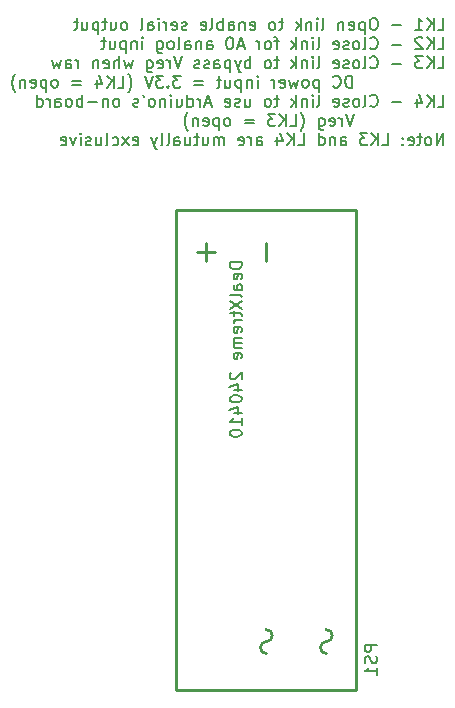
<source format=gbr>
G04 #@! TF.FileFunction,Legend,Bot*
%FSLAX46Y46*%
G04 Gerber Fmt 4.6, Leading zero omitted, Abs format (unit mm)*
G04 Created by KiCad (PCBNEW 4.0.1-stable) date 1/29/2016 6:59:16 PM*
%MOMM*%
G01*
G04 APERTURE LIST*
%ADD10C,0.100000*%
%ADD11C,0.203200*%
%ADD12C,0.254000*%
%ADD13C,0.127000*%
G04 APERTURE END LIST*
D10*
D11*
X39914286Y-7012819D02*
X40398095Y-7012819D01*
X40398095Y-5996819D01*
X39575619Y-7012819D02*
X39575619Y-5996819D01*
X38995048Y-7012819D02*
X39430476Y-6432248D01*
X38995048Y-5996819D02*
X39575619Y-6577390D01*
X38027429Y-7012819D02*
X38608000Y-7012819D01*
X38317714Y-7012819D02*
X38317714Y-5996819D01*
X38414476Y-6141962D01*
X38511238Y-6238724D01*
X38608000Y-6287105D01*
X36817905Y-6625771D02*
X36043810Y-6625771D01*
X34592381Y-5996819D02*
X34398858Y-5996819D01*
X34302096Y-6045200D01*
X34205334Y-6141962D01*
X34156953Y-6335486D01*
X34156953Y-6674152D01*
X34205334Y-6867676D01*
X34302096Y-6964438D01*
X34398858Y-7012819D01*
X34592381Y-7012819D01*
X34689143Y-6964438D01*
X34785905Y-6867676D01*
X34834286Y-6674152D01*
X34834286Y-6335486D01*
X34785905Y-6141962D01*
X34689143Y-6045200D01*
X34592381Y-5996819D01*
X33721524Y-6335486D02*
X33721524Y-7351486D01*
X33721524Y-6383867D02*
X33624762Y-6335486D01*
X33431239Y-6335486D01*
X33334477Y-6383867D01*
X33286096Y-6432248D01*
X33237715Y-6529010D01*
X33237715Y-6819295D01*
X33286096Y-6916057D01*
X33334477Y-6964438D01*
X33431239Y-7012819D01*
X33624762Y-7012819D01*
X33721524Y-6964438D01*
X32415239Y-6964438D02*
X32512001Y-7012819D01*
X32705524Y-7012819D01*
X32802286Y-6964438D01*
X32850667Y-6867676D01*
X32850667Y-6480629D01*
X32802286Y-6383867D01*
X32705524Y-6335486D01*
X32512001Y-6335486D01*
X32415239Y-6383867D01*
X32366858Y-6480629D01*
X32366858Y-6577390D01*
X32850667Y-6674152D01*
X31931429Y-6335486D02*
X31931429Y-7012819D01*
X31931429Y-6432248D02*
X31883048Y-6383867D01*
X31786286Y-6335486D01*
X31641144Y-6335486D01*
X31544382Y-6383867D01*
X31496001Y-6480629D01*
X31496001Y-7012819D01*
X30092953Y-7012819D02*
X30189715Y-6964438D01*
X30238096Y-6867676D01*
X30238096Y-5996819D01*
X29705906Y-7012819D02*
X29705906Y-6335486D01*
X29705906Y-5996819D02*
X29754287Y-6045200D01*
X29705906Y-6093581D01*
X29657525Y-6045200D01*
X29705906Y-5996819D01*
X29705906Y-6093581D01*
X29222096Y-6335486D02*
X29222096Y-7012819D01*
X29222096Y-6432248D02*
X29173715Y-6383867D01*
X29076953Y-6335486D01*
X28931811Y-6335486D01*
X28835049Y-6383867D01*
X28786668Y-6480629D01*
X28786668Y-7012819D01*
X28302858Y-7012819D02*
X28302858Y-5996819D01*
X28206096Y-6625771D02*
X27915811Y-7012819D01*
X27915811Y-6335486D02*
X28302858Y-6722533D01*
X26851430Y-6335486D02*
X26464382Y-6335486D01*
X26706287Y-5996819D02*
X26706287Y-6867676D01*
X26657906Y-6964438D01*
X26561144Y-7012819D01*
X26464382Y-7012819D01*
X25980573Y-7012819D02*
X26077335Y-6964438D01*
X26125716Y-6916057D01*
X26174097Y-6819295D01*
X26174097Y-6529010D01*
X26125716Y-6432248D01*
X26077335Y-6383867D01*
X25980573Y-6335486D01*
X25835431Y-6335486D01*
X25738669Y-6383867D01*
X25690288Y-6432248D01*
X25641907Y-6529010D01*
X25641907Y-6819295D01*
X25690288Y-6916057D01*
X25738669Y-6964438D01*
X25835431Y-7012819D01*
X25980573Y-7012819D01*
X24045336Y-6964438D02*
X24142098Y-7012819D01*
X24335621Y-7012819D01*
X24432383Y-6964438D01*
X24480764Y-6867676D01*
X24480764Y-6480629D01*
X24432383Y-6383867D01*
X24335621Y-6335486D01*
X24142098Y-6335486D01*
X24045336Y-6383867D01*
X23996955Y-6480629D01*
X23996955Y-6577390D01*
X24480764Y-6674152D01*
X23561526Y-6335486D02*
X23561526Y-7012819D01*
X23561526Y-6432248D02*
X23513145Y-6383867D01*
X23416383Y-6335486D01*
X23271241Y-6335486D01*
X23174479Y-6383867D01*
X23126098Y-6480629D01*
X23126098Y-7012819D01*
X22206860Y-7012819D02*
X22206860Y-6480629D01*
X22255241Y-6383867D01*
X22352003Y-6335486D01*
X22545526Y-6335486D01*
X22642288Y-6383867D01*
X22206860Y-6964438D02*
X22303622Y-7012819D01*
X22545526Y-7012819D01*
X22642288Y-6964438D01*
X22690669Y-6867676D01*
X22690669Y-6770914D01*
X22642288Y-6674152D01*
X22545526Y-6625771D01*
X22303622Y-6625771D01*
X22206860Y-6577390D01*
X21723050Y-7012819D02*
X21723050Y-5996819D01*
X21723050Y-6383867D02*
X21626288Y-6335486D01*
X21432765Y-6335486D01*
X21336003Y-6383867D01*
X21287622Y-6432248D01*
X21239241Y-6529010D01*
X21239241Y-6819295D01*
X21287622Y-6916057D01*
X21336003Y-6964438D01*
X21432765Y-7012819D01*
X21626288Y-7012819D01*
X21723050Y-6964438D01*
X20658669Y-7012819D02*
X20755431Y-6964438D01*
X20803812Y-6867676D01*
X20803812Y-5996819D01*
X19884575Y-6964438D02*
X19981337Y-7012819D01*
X20174860Y-7012819D01*
X20271622Y-6964438D01*
X20320003Y-6867676D01*
X20320003Y-6480629D01*
X20271622Y-6383867D01*
X20174860Y-6335486D01*
X19981337Y-6335486D01*
X19884575Y-6383867D01*
X19836194Y-6480629D01*
X19836194Y-6577390D01*
X20320003Y-6674152D01*
X18675051Y-6964438D02*
X18578289Y-7012819D01*
X18384765Y-7012819D01*
X18288004Y-6964438D01*
X18239623Y-6867676D01*
X18239623Y-6819295D01*
X18288004Y-6722533D01*
X18384765Y-6674152D01*
X18529908Y-6674152D01*
X18626670Y-6625771D01*
X18675051Y-6529010D01*
X18675051Y-6480629D01*
X18626670Y-6383867D01*
X18529908Y-6335486D01*
X18384765Y-6335486D01*
X18288004Y-6383867D01*
X17417147Y-6964438D02*
X17513909Y-7012819D01*
X17707432Y-7012819D01*
X17804194Y-6964438D01*
X17852575Y-6867676D01*
X17852575Y-6480629D01*
X17804194Y-6383867D01*
X17707432Y-6335486D01*
X17513909Y-6335486D01*
X17417147Y-6383867D01*
X17368766Y-6480629D01*
X17368766Y-6577390D01*
X17852575Y-6674152D01*
X16933337Y-7012819D02*
X16933337Y-6335486D01*
X16933337Y-6529010D02*
X16884956Y-6432248D01*
X16836575Y-6383867D01*
X16739813Y-6335486D01*
X16643052Y-6335486D01*
X16304385Y-7012819D02*
X16304385Y-6335486D01*
X16304385Y-5996819D02*
X16352766Y-6045200D01*
X16304385Y-6093581D01*
X16256004Y-6045200D01*
X16304385Y-5996819D01*
X16304385Y-6093581D01*
X15385147Y-7012819D02*
X15385147Y-6480629D01*
X15433528Y-6383867D01*
X15530290Y-6335486D01*
X15723813Y-6335486D01*
X15820575Y-6383867D01*
X15385147Y-6964438D02*
X15481909Y-7012819D01*
X15723813Y-7012819D01*
X15820575Y-6964438D01*
X15868956Y-6867676D01*
X15868956Y-6770914D01*
X15820575Y-6674152D01*
X15723813Y-6625771D01*
X15481909Y-6625771D01*
X15385147Y-6577390D01*
X14756194Y-7012819D02*
X14852956Y-6964438D01*
X14901337Y-6867676D01*
X14901337Y-5996819D01*
X13449909Y-7012819D02*
X13546671Y-6964438D01*
X13595052Y-6916057D01*
X13643433Y-6819295D01*
X13643433Y-6529010D01*
X13595052Y-6432248D01*
X13546671Y-6383867D01*
X13449909Y-6335486D01*
X13304767Y-6335486D01*
X13208005Y-6383867D01*
X13159624Y-6432248D01*
X13111243Y-6529010D01*
X13111243Y-6819295D01*
X13159624Y-6916057D01*
X13208005Y-6964438D01*
X13304767Y-7012819D01*
X13449909Y-7012819D01*
X12240386Y-6335486D02*
X12240386Y-7012819D01*
X12675814Y-6335486D02*
X12675814Y-6867676D01*
X12627433Y-6964438D01*
X12530671Y-7012819D01*
X12385529Y-7012819D01*
X12288767Y-6964438D01*
X12240386Y-6916057D01*
X11901719Y-6335486D02*
X11514671Y-6335486D01*
X11756576Y-5996819D02*
X11756576Y-6867676D01*
X11708195Y-6964438D01*
X11611433Y-7012819D01*
X11514671Y-7012819D01*
X11176005Y-6335486D02*
X11176005Y-7351486D01*
X11176005Y-6383867D02*
X11079243Y-6335486D01*
X10885720Y-6335486D01*
X10788958Y-6383867D01*
X10740577Y-6432248D01*
X10692196Y-6529010D01*
X10692196Y-6819295D01*
X10740577Y-6916057D01*
X10788958Y-6964438D01*
X10885720Y-7012819D01*
X11079243Y-7012819D01*
X11176005Y-6964438D01*
X9821339Y-6335486D02*
X9821339Y-7012819D01*
X10256767Y-6335486D02*
X10256767Y-6867676D01*
X10208386Y-6964438D01*
X10111624Y-7012819D01*
X9966482Y-7012819D01*
X9869720Y-6964438D01*
X9821339Y-6916057D01*
X9482672Y-6335486D02*
X9095624Y-6335486D01*
X9337529Y-5996819D02*
X9337529Y-6867676D01*
X9289148Y-6964438D01*
X9192386Y-7012819D01*
X9095624Y-7012819D01*
X39914286Y-8638419D02*
X40398095Y-8638419D01*
X40398095Y-7622419D01*
X39575619Y-8638419D02*
X39575619Y-7622419D01*
X38995048Y-8638419D02*
X39430476Y-8057848D01*
X38995048Y-7622419D02*
X39575619Y-8202990D01*
X38608000Y-7719181D02*
X38559619Y-7670800D01*
X38462857Y-7622419D01*
X38220953Y-7622419D01*
X38124191Y-7670800D01*
X38075810Y-7719181D01*
X38027429Y-7815943D01*
X38027429Y-7912705D01*
X38075810Y-8057848D01*
X38656381Y-8638419D01*
X38027429Y-8638419D01*
X36817905Y-8251371D02*
X36043810Y-8251371D01*
X34205334Y-8541657D02*
X34253715Y-8590038D01*
X34398858Y-8638419D01*
X34495620Y-8638419D01*
X34640762Y-8590038D01*
X34737524Y-8493276D01*
X34785905Y-8396514D01*
X34834286Y-8202990D01*
X34834286Y-8057848D01*
X34785905Y-7864324D01*
X34737524Y-7767562D01*
X34640762Y-7670800D01*
X34495620Y-7622419D01*
X34398858Y-7622419D01*
X34253715Y-7670800D01*
X34205334Y-7719181D01*
X33624762Y-8638419D02*
X33721524Y-8590038D01*
X33769905Y-8493276D01*
X33769905Y-7622419D01*
X33092572Y-8638419D02*
X33189334Y-8590038D01*
X33237715Y-8541657D01*
X33286096Y-8444895D01*
X33286096Y-8154610D01*
X33237715Y-8057848D01*
X33189334Y-8009467D01*
X33092572Y-7961086D01*
X32947430Y-7961086D01*
X32850668Y-8009467D01*
X32802287Y-8057848D01*
X32753906Y-8154610D01*
X32753906Y-8444895D01*
X32802287Y-8541657D01*
X32850668Y-8590038D01*
X32947430Y-8638419D01*
X33092572Y-8638419D01*
X32366858Y-8590038D02*
X32270096Y-8638419D01*
X32076572Y-8638419D01*
X31979811Y-8590038D01*
X31931430Y-8493276D01*
X31931430Y-8444895D01*
X31979811Y-8348133D01*
X32076572Y-8299752D01*
X32221715Y-8299752D01*
X32318477Y-8251371D01*
X32366858Y-8154610D01*
X32366858Y-8106229D01*
X32318477Y-8009467D01*
X32221715Y-7961086D01*
X32076572Y-7961086D01*
X31979811Y-8009467D01*
X31108954Y-8590038D02*
X31205716Y-8638419D01*
X31399239Y-8638419D01*
X31496001Y-8590038D01*
X31544382Y-8493276D01*
X31544382Y-8106229D01*
X31496001Y-8009467D01*
X31399239Y-7961086D01*
X31205716Y-7961086D01*
X31108954Y-8009467D01*
X31060573Y-8106229D01*
X31060573Y-8202990D01*
X31544382Y-8299752D01*
X29705906Y-8638419D02*
X29802668Y-8590038D01*
X29851049Y-8493276D01*
X29851049Y-7622419D01*
X29318859Y-8638419D02*
X29318859Y-7961086D01*
X29318859Y-7622419D02*
X29367240Y-7670800D01*
X29318859Y-7719181D01*
X29270478Y-7670800D01*
X29318859Y-7622419D01*
X29318859Y-7719181D01*
X28835049Y-7961086D02*
X28835049Y-8638419D01*
X28835049Y-8057848D02*
X28786668Y-8009467D01*
X28689906Y-7961086D01*
X28544764Y-7961086D01*
X28448002Y-8009467D01*
X28399621Y-8106229D01*
X28399621Y-8638419D01*
X27915811Y-8638419D02*
X27915811Y-7622419D01*
X27819049Y-8251371D02*
X27528764Y-8638419D01*
X27528764Y-7961086D02*
X27915811Y-8348133D01*
X26464383Y-7961086D02*
X26077335Y-7961086D01*
X26319240Y-8638419D02*
X26319240Y-7767562D01*
X26270859Y-7670800D01*
X26174097Y-7622419D01*
X26077335Y-7622419D01*
X25593526Y-8638419D02*
X25690288Y-8590038D01*
X25738669Y-8541657D01*
X25787050Y-8444895D01*
X25787050Y-8154610D01*
X25738669Y-8057848D01*
X25690288Y-8009467D01*
X25593526Y-7961086D01*
X25448384Y-7961086D01*
X25351622Y-8009467D01*
X25303241Y-8057848D01*
X25254860Y-8154610D01*
X25254860Y-8444895D01*
X25303241Y-8541657D01*
X25351622Y-8590038D01*
X25448384Y-8638419D01*
X25593526Y-8638419D01*
X24819431Y-8638419D02*
X24819431Y-7961086D01*
X24819431Y-8154610D02*
X24771050Y-8057848D01*
X24722669Y-8009467D01*
X24625907Y-7961086D01*
X24529146Y-7961086D01*
X23464765Y-8348133D02*
X22980956Y-8348133D01*
X23561527Y-8638419D02*
X23222860Y-7622419D01*
X22884194Y-8638419D01*
X22352003Y-7622419D02*
X22255242Y-7622419D01*
X22158480Y-7670800D01*
X22110099Y-7719181D01*
X22061718Y-7815943D01*
X22013337Y-8009467D01*
X22013337Y-8251371D01*
X22061718Y-8444895D01*
X22110099Y-8541657D01*
X22158480Y-8590038D01*
X22255242Y-8638419D01*
X22352003Y-8638419D01*
X22448765Y-8590038D01*
X22497146Y-8541657D01*
X22545527Y-8444895D01*
X22593908Y-8251371D01*
X22593908Y-8009467D01*
X22545527Y-7815943D01*
X22497146Y-7719181D01*
X22448765Y-7670800D01*
X22352003Y-7622419D01*
X20368385Y-8638419D02*
X20368385Y-8106229D01*
X20416766Y-8009467D01*
X20513528Y-7961086D01*
X20707051Y-7961086D01*
X20803813Y-8009467D01*
X20368385Y-8590038D02*
X20465147Y-8638419D01*
X20707051Y-8638419D01*
X20803813Y-8590038D01*
X20852194Y-8493276D01*
X20852194Y-8396514D01*
X20803813Y-8299752D01*
X20707051Y-8251371D01*
X20465147Y-8251371D01*
X20368385Y-8202990D01*
X19884575Y-7961086D02*
X19884575Y-8638419D01*
X19884575Y-8057848D02*
X19836194Y-8009467D01*
X19739432Y-7961086D01*
X19594290Y-7961086D01*
X19497528Y-8009467D01*
X19449147Y-8106229D01*
X19449147Y-8638419D01*
X18529909Y-8638419D02*
X18529909Y-8106229D01*
X18578290Y-8009467D01*
X18675052Y-7961086D01*
X18868575Y-7961086D01*
X18965337Y-8009467D01*
X18529909Y-8590038D02*
X18626671Y-8638419D01*
X18868575Y-8638419D01*
X18965337Y-8590038D01*
X19013718Y-8493276D01*
X19013718Y-8396514D01*
X18965337Y-8299752D01*
X18868575Y-8251371D01*
X18626671Y-8251371D01*
X18529909Y-8202990D01*
X17900956Y-8638419D02*
X17997718Y-8590038D01*
X18046099Y-8493276D01*
X18046099Y-7622419D01*
X17368766Y-8638419D02*
X17465528Y-8590038D01*
X17513909Y-8541657D01*
X17562290Y-8444895D01*
X17562290Y-8154610D01*
X17513909Y-8057848D01*
X17465528Y-8009467D01*
X17368766Y-7961086D01*
X17223624Y-7961086D01*
X17126862Y-8009467D01*
X17078481Y-8057848D01*
X17030100Y-8154610D01*
X17030100Y-8444895D01*
X17078481Y-8541657D01*
X17126862Y-8590038D01*
X17223624Y-8638419D01*
X17368766Y-8638419D01*
X16159243Y-7961086D02*
X16159243Y-8783562D01*
X16207624Y-8880324D01*
X16256005Y-8928705D01*
X16352766Y-8977086D01*
X16497909Y-8977086D01*
X16594671Y-8928705D01*
X16159243Y-8590038D02*
X16256005Y-8638419D01*
X16449528Y-8638419D01*
X16546290Y-8590038D01*
X16594671Y-8541657D01*
X16643052Y-8444895D01*
X16643052Y-8154610D01*
X16594671Y-8057848D01*
X16546290Y-8009467D01*
X16449528Y-7961086D01*
X16256005Y-7961086D01*
X16159243Y-8009467D01*
X14901338Y-8638419D02*
X14901338Y-7961086D01*
X14901338Y-7622419D02*
X14949719Y-7670800D01*
X14901338Y-7719181D01*
X14852957Y-7670800D01*
X14901338Y-7622419D01*
X14901338Y-7719181D01*
X14417528Y-7961086D02*
X14417528Y-8638419D01*
X14417528Y-8057848D02*
X14369147Y-8009467D01*
X14272385Y-7961086D01*
X14127243Y-7961086D01*
X14030481Y-8009467D01*
X13982100Y-8106229D01*
X13982100Y-8638419D01*
X13498290Y-7961086D02*
X13498290Y-8977086D01*
X13498290Y-8009467D02*
X13401528Y-7961086D01*
X13208005Y-7961086D01*
X13111243Y-8009467D01*
X13062862Y-8057848D01*
X13014481Y-8154610D01*
X13014481Y-8444895D01*
X13062862Y-8541657D01*
X13111243Y-8590038D01*
X13208005Y-8638419D01*
X13401528Y-8638419D01*
X13498290Y-8590038D01*
X12143624Y-7961086D02*
X12143624Y-8638419D01*
X12579052Y-7961086D02*
X12579052Y-8493276D01*
X12530671Y-8590038D01*
X12433909Y-8638419D01*
X12288767Y-8638419D01*
X12192005Y-8590038D01*
X12143624Y-8541657D01*
X11804957Y-7961086D02*
X11417909Y-7961086D01*
X11659814Y-7622419D02*
X11659814Y-8493276D01*
X11611433Y-8590038D01*
X11514671Y-8638419D01*
X11417909Y-8638419D01*
X39914286Y-10264019D02*
X40398095Y-10264019D01*
X40398095Y-9248019D01*
X39575619Y-10264019D02*
X39575619Y-9248019D01*
X38995048Y-10264019D02*
X39430476Y-9683448D01*
X38995048Y-9248019D02*
X39575619Y-9828590D01*
X38656381Y-9248019D02*
X38027429Y-9248019D01*
X38366095Y-9635067D01*
X38220953Y-9635067D01*
X38124191Y-9683448D01*
X38075810Y-9731829D01*
X38027429Y-9828590D01*
X38027429Y-10070495D01*
X38075810Y-10167257D01*
X38124191Y-10215638D01*
X38220953Y-10264019D01*
X38511238Y-10264019D01*
X38608000Y-10215638D01*
X38656381Y-10167257D01*
X36817905Y-9876971D02*
X36043810Y-9876971D01*
X34205334Y-10167257D02*
X34253715Y-10215638D01*
X34398858Y-10264019D01*
X34495620Y-10264019D01*
X34640762Y-10215638D01*
X34737524Y-10118876D01*
X34785905Y-10022114D01*
X34834286Y-9828590D01*
X34834286Y-9683448D01*
X34785905Y-9489924D01*
X34737524Y-9393162D01*
X34640762Y-9296400D01*
X34495620Y-9248019D01*
X34398858Y-9248019D01*
X34253715Y-9296400D01*
X34205334Y-9344781D01*
X33624762Y-10264019D02*
X33721524Y-10215638D01*
X33769905Y-10118876D01*
X33769905Y-9248019D01*
X33092572Y-10264019D02*
X33189334Y-10215638D01*
X33237715Y-10167257D01*
X33286096Y-10070495D01*
X33286096Y-9780210D01*
X33237715Y-9683448D01*
X33189334Y-9635067D01*
X33092572Y-9586686D01*
X32947430Y-9586686D01*
X32850668Y-9635067D01*
X32802287Y-9683448D01*
X32753906Y-9780210D01*
X32753906Y-10070495D01*
X32802287Y-10167257D01*
X32850668Y-10215638D01*
X32947430Y-10264019D01*
X33092572Y-10264019D01*
X32366858Y-10215638D02*
X32270096Y-10264019D01*
X32076572Y-10264019D01*
X31979811Y-10215638D01*
X31931430Y-10118876D01*
X31931430Y-10070495D01*
X31979811Y-9973733D01*
X32076572Y-9925352D01*
X32221715Y-9925352D01*
X32318477Y-9876971D01*
X32366858Y-9780210D01*
X32366858Y-9731829D01*
X32318477Y-9635067D01*
X32221715Y-9586686D01*
X32076572Y-9586686D01*
X31979811Y-9635067D01*
X31108954Y-10215638D02*
X31205716Y-10264019D01*
X31399239Y-10264019D01*
X31496001Y-10215638D01*
X31544382Y-10118876D01*
X31544382Y-9731829D01*
X31496001Y-9635067D01*
X31399239Y-9586686D01*
X31205716Y-9586686D01*
X31108954Y-9635067D01*
X31060573Y-9731829D01*
X31060573Y-9828590D01*
X31544382Y-9925352D01*
X29705906Y-10264019D02*
X29802668Y-10215638D01*
X29851049Y-10118876D01*
X29851049Y-9248019D01*
X29318859Y-10264019D02*
X29318859Y-9586686D01*
X29318859Y-9248019D02*
X29367240Y-9296400D01*
X29318859Y-9344781D01*
X29270478Y-9296400D01*
X29318859Y-9248019D01*
X29318859Y-9344781D01*
X28835049Y-9586686D02*
X28835049Y-10264019D01*
X28835049Y-9683448D02*
X28786668Y-9635067D01*
X28689906Y-9586686D01*
X28544764Y-9586686D01*
X28448002Y-9635067D01*
X28399621Y-9731829D01*
X28399621Y-10264019D01*
X27915811Y-10264019D02*
X27915811Y-9248019D01*
X27819049Y-9876971D02*
X27528764Y-10264019D01*
X27528764Y-9586686D02*
X27915811Y-9973733D01*
X26464383Y-9586686D02*
X26077335Y-9586686D01*
X26319240Y-9248019D02*
X26319240Y-10118876D01*
X26270859Y-10215638D01*
X26174097Y-10264019D01*
X26077335Y-10264019D01*
X25593526Y-10264019D02*
X25690288Y-10215638D01*
X25738669Y-10167257D01*
X25787050Y-10070495D01*
X25787050Y-9780210D01*
X25738669Y-9683448D01*
X25690288Y-9635067D01*
X25593526Y-9586686D01*
X25448384Y-9586686D01*
X25351622Y-9635067D01*
X25303241Y-9683448D01*
X25254860Y-9780210D01*
X25254860Y-10070495D01*
X25303241Y-10167257D01*
X25351622Y-10215638D01*
X25448384Y-10264019D01*
X25593526Y-10264019D01*
X24045336Y-10264019D02*
X24045336Y-9248019D01*
X24045336Y-9635067D02*
X23948574Y-9586686D01*
X23755051Y-9586686D01*
X23658289Y-9635067D01*
X23609908Y-9683448D01*
X23561527Y-9780210D01*
X23561527Y-10070495D01*
X23609908Y-10167257D01*
X23658289Y-10215638D01*
X23755051Y-10264019D01*
X23948574Y-10264019D01*
X24045336Y-10215638D01*
X23222860Y-9586686D02*
X22980955Y-10264019D01*
X22739051Y-9586686D02*
X22980955Y-10264019D01*
X23077717Y-10505924D01*
X23126098Y-10554305D01*
X23222860Y-10602686D01*
X22352003Y-9586686D02*
X22352003Y-10602686D01*
X22352003Y-9635067D02*
X22255241Y-9586686D01*
X22061718Y-9586686D01*
X21964956Y-9635067D01*
X21916575Y-9683448D01*
X21868194Y-9780210D01*
X21868194Y-10070495D01*
X21916575Y-10167257D01*
X21964956Y-10215638D01*
X22061718Y-10264019D01*
X22255241Y-10264019D01*
X22352003Y-10215638D01*
X20997337Y-10264019D02*
X20997337Y-9731829D01*
X21045718Y-9635067D01*
X21142480Y-9586686D01*
X21336003Y-9586686D01*
X21432765Y-9635067D01*
X20997337Y-10215638D02*
X21094099Y-10264019D01*
X21336003Y-10264019D01*
X21432765Y-10215638D01*
X21481146Y-10118876D01*
X21481146Y-10022114D01*
X21432765Y-9925352D01*
X21336003Y-9876971D01*
X21094099Y-9876971D01*
X20997337Y-9828590D01*
X20561908Y-10215638D02*
X20465146Y-10264019D01*
X20271622Y-10264019D01*
X20174861Y-10215638D01*
X20126480Y-10118876D01*
X20126480Y-10070495D01*
X20174861Y-9973733D01*
X20271622Y-9925352D01*
X20416765Y-9925352D01*
X20513527Y-9876971D01*
X20561908Y-9780210D01*
X20561908Y-9731829D01*
X20513527Y-9635067D01*
X20416765Y-9586686D01*
X20271622Y-9586686D01*
X20174861Y-9635067D01*
X19739432Y-10215638D02*
X19642670Y-10264019D01*
X19449146Y-10264019D01*
X19352385Y-10215638D01*
X19304004Y-10118876D01*
X19304004Y-10070495D01*
X19352385Y-9973733D01*
X19449146Y-9925352D01*
X19594289Y-9925352D01*
X19691051Y-9876971D01*
X19739432Y-9780210D01*
X19739432Y-9731829D01*
X19691051Y-9635067D01*
X19594289Y-9586686D01*
X19449146Y-9586686D01*
X19352385Y-9635067D01*
X18239623Y-9248019D02*
X17900956Y-10264019D01*
X17562290Y-9248019D01*
X17223623Y-10264019D02*
X17223623Y-9586686D01*
X17223623Y-9780210D02*
X17175242Y-9683448D01*
X17126861Y-9635067D01*
X17030099Y-9586686D01*
X16933338Y-9586686D01*
X16207624Y-10215638D02*
X16304386Y-10264019D01*
X16497909Y-10264019D01*
X16594671Y-10215638D01*
X16643052Y-10118876D01*
X16643052Y-9731829D01*
X16594671Y-9635067D01*
X16497909Y-9586686D01*
X16304386Y-9586686D01*
X16207624Y-9635067D01*
X16159243Y-9731829D01*
X16159243Y-9828590D01*
X16643052Y-9925352D01*
X15288386Y-9586686D02*
X15288386Y-10409162D01*
X15336767Y-10505924D01*
X15385148Y-10554305D01*
X15481909Y-10602686D01*
X15627052Y-10602686D01*
X15723814Y-10554305D01*
X15288386Y-10215638D02*
X15385148Y-10264019D01*
X15578671Y-10264019D01*
X15675433Y-10215638D01*
X15723814Y-10167257D01*
X15772195Y-10070495D01*
X15772195Y-9780210D01*
X15723814Y-9683448D01*
X15675433Y-9635067D01*
X15578671Y-9586686D01*
X15385148Y-9586686D01*
X15288386Y-9635067D01*
X14127243Y-9586686D02*
X13933719Y-10264019D01*
X13740196Y-9780210D01*
X13546672Y-10264019D01*
X13353148Y-9586686D01*
X12966100Y-10264019D02*
X12966100Y-9248019D01*
X12530672Y-10264019D02*
X12530672Y-9731829D01*
X12579053Y-9635067D01*
X12675815Y-9586686D01*
X12820957Y-9586686D01*
X12917719Y-9635067D01*
X12966100Y-9683448D01*
X11659815Y-10215638D02*
X11756577Y-10264019D01*
X11950100Y-10264019D01*
X12046862Y-10215638D01*
X12095243Y-10118876D01*
X12095243Y-9731829D01*
X12046862Y-9635067D01*
X11950100Y-9586686D01*
X11756577Y-9586686D01*
X11659815Y-9635067D01*
X11611434Y-9731829D01*
X11611434Y-9828590D01*
X12095243Y-9925352D01*
X11176005Y-9586686D02*
X11176005Y-10264019D01*
X11176005Y-9683448D02*
X11127624Y-9635067D01*
X11030862Y-9586686D01*
X10885720Y-9586686D01*
X10788958Y-9635067D01*
X10740577Y-9731829D01*
X10740577Y-10264019D01*
X9482672Y-10264019D02*
X9482672Y-9586686D01*
X9482672Y-9780210D02*
X9434291Y-9683448D01*
X9385910Y-9635067D01*
X9289148Y-9586686D01*
X9192387Y-9586686D01*
X8418292Y-10264019D02*
X8418292Y-9731829D01*
X8466673Y-9635067D01*
X8563435Y-9586686D01*
X8756958Y-9586686D01*
X8853720Y-9635067D01*
X8418292Y-10215638D02*
X8515054Y-10264019D01*
X8756958Y-10264019D01*
X8853720Y-10215638D01*
X8902101Y-10118876D01*
X8902101Y-10022114D01*
X8853720Y-9925352D01*
X8756958Y-9876971D01*
X8515054Y-9876971D01*
X8418292Y-9828590D01*
X8031244Y-9586686D02*
X7837720Y-10264019D01*
X7644197Y-9780210D01*
X7450673Y-10264019D01*
X7257149Y-9586686D01*
X32657145Y-11889619D02*
X32657145Y-10873619D01*
X32415240Y-10873619D01*
X32270098Y-10922000D01*
X32173336Y-11018762D01*
X32124955Y-11115524D01*
X32076574Y-11309048D01*
X32076574Y-11454190D01*
X32124955Y-11647714D01*
X32173336Y-11744476D01*
X32270098Y-11841238D01*
X32415240Y-11889619D01*
X32657145Y-11889619D01*
X31060574Y-11792857D02*
X31108955Y-11841238D01*
X31254098Y-11889619D01*
X31350860Y-11889619D01*
X31496002Y-11841238D01*
X31592764Y-11744476D01*
X31641145Y-11647714D01*
X31689526Y-11454190D01*
X31689526Y-11309048D01*
X31641145Y-11115524D01*
X31592764Y-11018762D01*
X31496002Y-10922000D01*
X31350860Y-10873619D01*
X31254098Y-10873619D01*
X31108955Y-10922000D01*
X31060574Y-10970381D01*
X29851050Y-11212286D02*
X29851050Y-12228286D01*
X29851050Y-11260667D02*
X29754288Y-11212286D01*
X29560765Y-11212286D01*
X29464003Y-11260667D01*
X29415622Y-11309048D01*
X29367241Y-11405810D01*
X29367241Y-11696095D01*
X29415622Y-11792857D01*
X29464003Y-11841238D01*
X29560765Y-11889619D01*
X29754288Y-11889619D01*
X29851050Y-11841238D01*
X28786669Y-11889619D02*
X28883431Y-11841238D01*
X28931812Y-11792857D01*
X28980193Y-11696095D01*
X28980193Y-11405810D01*
X28931812Y-11309048D01*
X28883431Y-11260667D01*
X28786669Y-11212286D01*
X28641527Y-11212286D01*
X28544765Y-11260667D01*
X28496384Y-11309048D01*
X28448003Y-11405810D01*
X28448003Y-11696095D01*
X28496384Y-11792857D01*
X28544765Y-11841238D01*
X28641527Y-11889619D01*
X28786669Y-11889619D01*
X28109336Y-11212286D02*
X27915812Y-11889619D01*
X27722289Y-11405810D01*
X27528765Y-11889619D01*
X27335241Y-11212286D01*
X26561146Y-11841238D02*
X26657908Y-11889619D01*
X26851431Y-11889619D01*
X26948193Y-11841238D01*
X26996574Y-11744476D01*
X26996574Y-11357429D01*
X26948193Y-11260667D01*
X26851431Y-11212286D01*
X26657908Y-11212286D01*
X26561146Y-11260667D01*
X26512765Y-11357429D01*
X26512765Y-11454190D01*
X26996574Y-11550952D01*
X26077336Y-11889619D02*
X26077336Y-11212286D01*
X26077336Y-11405810D02*
X26028955Y-11309048D01*
X25980574Y-11260667D01*
X25883812Y-11212286D01*
X25787051Y-11212286D01*
X24674289Y-11889619D02*
X24674289Y-11212286D01*
X24674289Y-10873619D02*
X24722670Y-10922000D01*
X24674289Y-10970381D01*
X24625908Y-10922000D01*
X24674289Y-10873619D01*
X24674289Y-10970381D01*
X24190479Y-11212286D02*
X24190479Y-11889619D01*
X24190479Y-11309048D02*
X24142098Y-11260667D01*
X24045336Y-11212286D01*
X23900194Y-11212286D01*
X23803432Y-11260667D01*
X23755051Y-11357429D01*
X23755051Y-11889619D01*
X23271241Y-11212286D02*
X23271241Y-12228286D01*
X23271241Y-11260667D02*
X23174479Y-11212286D01*
X22980956Y-11212286D01*
X22884194Y-11260667D01*
X22835813Y-11309048D01*
X22787432Y-11405810D01*
X22787432Y-11696095D01*
X22835813Y-11792857D01*
X22884194Y-11841238D01*
X22980956Y-11889619D01*
X23174479Y-11889619D01*
X23271241Y-11841238D01*
X21916575Y-11212286D02*
X21916575Y-11889619D01*
X22352003Y-11212286D02*
X22352003Y-11744476D01*
X22303622Y-11841238D01*
X22206860Y-11889619D01*
X22061718Y-11889619D01*
X21964956Y-11841238D01*
X21916575Y-11792857D01*
X21577908Y-11212286D02*
X21190860Y-11212286D01*
X21432765Y-10873619D02*
X21432765Y-11744476D01*
X21384384Y-11841238D01*
X21287622Y-11889619D01*
X21190860Y-11889619D01*
X20078099Y-11357429D02*
X19304004Y-11357429D01*
X19304004Y-11647714D02*
X20078099Y-11647714D01*
X18142861Y-10873619D02*
X17513909Y-10873619D01*
X17852575Y-11260667D01*
X17707433Y-11260667D01*
X17610671Y-11309048D01*
X17562290Y-11357429D01*
X17513909Y-11454190D01*
X17513909Y-11696095D01*
X17562290Y-11792857D01*
X17610671Y-11841238D01*
X17707433Y-11889619D01*
X17997718Y-11889619D01*
X18094480Y-11841238D01*
X18142861Y-11792857D01*
X17078480Y-11792857D02*
X17030099Y-11841238D01*
X17078480Y-11889619D01*
X17126861Y-11841238D01*
X17078480Y-11792857D01*
X17078480Y-11889619D01*
X16691432Y-10873619D02*
X16062480Y-10873619D01*
X16401146Y-11260667D01*
X16256004Y-11260667D01*
X16159242Y-11309048D01*
X16110861Y-11357429D01*
X16062480Y-11454190D01*
X16062480Y-11696095D01*
X16110861Y-11792857D01*
X16159242Y-11841238D01*
X16256004Y-11889619D01*
X16546289Y-11889619D01*
X16643051Y-11841238D01*
X16691432Y-11792857D01*
X15772194Y-10873619D02*
X15433527Y-11889619D01*
X15094861Y-10873619D01*
X13691814Y-12276667D02*
X13740194Y-12228286D01*
X13836956Y-12083143D01*
X13885337Y-11986381D01*
X13933718Y-11841238D01*
X13982099Y-11599333D01*
X13982099Y-11405810D01*
X13933718Y-11163905D01*
X13885337Y-11018762D01*
X13836956Y-10922000D01*
X13740194Y-10776857D01*
X13691814Y-10728476D01*
X12820957Y-11889619D02*
X13304766Y-11889619D01*
X13304766Y-10873619D01*
X12482290Y-11889619D02*
X12482290Y-10873619D01*
X11901719Y-11889619D02*
X12337147Y-11309048D01*
X11901719Y-10873619D02*
X12482290Y-11454190D01*
X11030862Y-11212286D02*
X11030862Y-11889619D01*
X11272766Y-10825238D02*
X11514671Y-11550952D01*
X10885719Y-11550952D01*
X9724576Y-11357429D02*
X8950481Y-11357429D01*
X8950481Y-11647714D02*
X9724576Y-11647714D01*
X7547433Y-11889619D02*
X7644195Y-11841238D01*
X7692576Y-11792857D01*
X7740957Y-11696095D01*
X7740957Y-11405810D01*
X7692576Y-11309048D01*
X7644195Y-11260667D01*
X7547433Y-11212286D01*
X7402291Y-11212286D01*
X7305529Y-11260667D01*
X7257148Y-11309048D01*
X7208767Y-11405810D01*
X7208767Y-11696095D01*
X7257148Y-11792857D01*
X7305529Y-11841238D01*
X7402291Y-11889619D01*
X7547433Y-11889619D01*
X6773338Y-11212286D02*
X6773338Y-12228286D01*
X6773338Y-11260667D02*
X6676576Y-11212286D01*
X6483053Y-11212286D01*
X6386291Y-11260667D01*
X6337910Y-11309048D01*
X6289529Y-11405810D01*
X6289529Y-11696095D01*
X6337910Y-11792857D01*
X6386291Y-11841238D01*
X6483053Y-11889619D01*
X6676576Y-11889619D01*
X6773338Y-11841238D01*
X5467053Y-11841238D02*
X5563815Y-11889619D01*
X5757338Y-11889619D01*
X5854100Y-11841238D01*
X5902481Y-11744476D01*
X5902481Y-11357429D01*
X5854100Y-11260667D01*
X5757338Y-11212286D01*
X5563815Y-11212286D01*
X5467053Y-11260667D01*
X5418672Y-11357429D01*
X5418672Y-11454190D01*
X5902481Y-11550952D01*
X4983243Y-11212286D02*
X4983243Y-11889619D01*
X4983243Y-11309048D02*
X4934862Y-11260667D01*
X4838100Y-11212286D01*
X4692958Y-11212286D01*
X4596196Y-11260667D01*
X4547815Y-11357429D01*
X4547815Y-11889619D01*
X4160767Y-12276667D02*
X4112386Y-12228286D01*
X4015624Y-12083143D01*
X3967243Y-11986381D01*
X3918862Y-11841238D01*
X3870481Y-11599333D01*
X3870481Y-11405810D01*
X3918862Y-11163905D01*
X3967243Y-11018762D01*
X4015624Y-10922000D01*
X4112386Y-10776857D01*
X4160767Y-10728476D01*
X39914286Y-13515219D02*
X40398095Y-13515219D01*
X40398095Y-12499219D01*
X39575619Y-13515219D02*
X39575619Y-12499219D01*
X38995048Y-13515219D02*
X39430476Y-12934648D01*
X38995048Y-12499219D02*
X39575619Y-13079790D01*
X38124191Y-12837886D02*
X38124191Y-13515219D01*
X38366095Y-12450838D02*
X38608000Y-13176552D01*
X37979048Y-13176552D01*
X36817905Y-13128171D02*
X36043810Y-13128171D01*
X34205334Y-13418457D02*
X34253715Y-13466838D01*
X34398858Y-13515219D01*
X34495620Y-13515219D01*
X34640762Y-13466838D01*
X34737524Y-13370076D01*
X34785905Y-13273314D01*
X34834286Y-13079790D01*
X34834286Y-12934648D01*
X34785905Y-12741124D01*
X34737524Y-12644362D01*
X34640762Y-12547600D01*
X34495620Y-12499219D01*
X34398858Y-12499219D01*
X34253715Y-12547600D01*
X34205334Y-12595981D01*
X33624762Y-13515219D02*
X33721524Y-13466838D01*
X33769905Y-13370076D01*
X33769905Y-12499219D01*
X33092572Y-13515219D02*
X33189334Y-13466838D01*
X33237715Y-13418457D01*
X33286096Y-13321695D01*
X33286096Y-13031410D01*
X33237715Y-12934648D01*
X33189334Y-12886267D01*
X33092572Y-12837886D01*
X32947430Y-12837886D01*
X32850668Y-12886267D01*
X32802287Y-12934648D01*
X32753906Y-13031410D01*
X32753906Y-13321695D01*
X32802287Y-13418457D01*
X32850668Y-13466838D01*
X32947430Y-13515219D01*
X33092572Y-13515219D01*
X32366858Y-13466838D02*
X32270096Y-13515219D01*
X32076572Y-13515219D01*
X31979811Y-13466838D01*
X31931430Y-13370076D01*
X31931430Y-13321695D01*
X31979811Y-13224933D01*
X32076572Y-13176552D01*
X32221715Y-13176552D01*
X32318477Y-13128171D01*
X32366858Y-13031410D01*
X32366858Y-12983029D01*
X32318477Y-12886267D01*
X32221715Y-12837886D01*
X32076572Y-12837886D01*
X31979811Y-12886267D01*
X31108954Y-13466838D02*
X31205716Y-13515219D01*
X31399239Y-13515219D01*
X31496001Y-13466838D01*
X31544382Y-13370076D01*
X31544382Y-12983029D01*
X31496001Y-12886267D01*
X31399239Y-12837886D01*
X31205716Y-12837886D01*
X31108954Y-12886267D01*
X31060573Y-12983029D01*
X31060573Y-13079790D01*
X31544382Y-13176552D01*
X29705906Y-13515219D02*
X29802668Y-13466838D01*
X29851049Y-13370076D01*
X29851049Y-12499219D01*
X29318859Y-13515219D02*
X29318859Y-12837886D01*
X29318859Y-12499219D02*
X29367240Y-12547600D01*
X29318859Y-12595981D01*
X29270478Y-12547600D01*
X29318859Y-12499219D01*
X29318859Y-12595981D01*
X28835049Y-12837886D02*
X28835049Y-13515219D01*
X28835049Y-12934648D02*
X28786668Y-12886267D01*
X28689906Y-12837886D01*
X28544764Y-12837886D01*
X28448002Y-12886267D01*
X28399621Y-12983029D01*
X28399621Y-13515219D01*
X27915811Y-13515219D02*
X27915811Y-12499219D01*
X27819049Y-13128171D02*
X27528764Y-13515219D01*
X27528764Y-12837886D02*
X27915811Y-13224933D01*
X26464383Y-12837886D02*
X26077335Y-12837886D01*
X26319240Y-12499219D02*
X26319240Y-13370076D01*
X26270859Y-13466838D01*
X26174097Y-13515219D01*
X26077335Y-13515219D01*
X25593526Y-13515219D02*
X25690288Y-13466838D01*
X25738669Y-13418457D01*
X25787050Y-13321695D01*
X25787050Y-13031410D01*
X25738669Y-12934648D01*
X25690288Y-12886267D01*
X25593526Y-12837886D01*
X25448384Y-12837886D01*
X25351622Y-12886267D01*
X25303241Y-12934648D01*
X25254860Y-13031410D01*
X25254860Y-13321695D01*
X25303241Y-13418457D01*
X25351622Y-13466838D01*
X25448384Y-13515219D01*
X25593526Y-13515219D01*
X23609908Y-12837886D02*
X23609908Y-13515219D01*
X24045336Y-12837886D02*
X24045336Y-13370076D01*
X23996955Y-13466838D01*
X23900193Y-13515219D01*
X23755051Y-13515219D01*
X23658289Y-13466838D01*
X23609908Y-13418457D01*
X23174479Y-13466838D02*
X23077717Y-13515219D01*
X22884193Y-13515219D01*
X22787432Y-13466838D01*
X22739051Y-13370076D01*
X22739051Y-13321695D01*
X22787432Y-13224933D01*
X22884193Y-13176552D01*
X23029336Y-13176552D01*
X23126098Y-13128171D01*
X23174479Y-13031410D01*
X23174479Y-12983029D01*
X23126098Y-12886267D01*
X23029336Y-12837886D01*
X22884193Y-12837886D01*
X22787432Y-12886267D01*
X21916575Y-13466838D02*
X22013337Y-13515219D01*
X22206860Y-13515219D01*
X22303622Y-13466838D01*
X22352003Y-13370076D01*
X22352003Y-12983029D01*
X22303622Y-12886267D01*
X22206860Y-12837886D01*
X22013337Y-12837886D01*
X21916575Y-12886267D01*
X21868194Y-12983029D01*
X21868194Y-13079790D01*
X22352003Y-13176552D01*
X20707051Y-13224933D02*
X20223242Y-13224933D01*
X20803813Y-13515219D02*
X20465146Y-12499219D01*
X20126480Y-13515219D01*
X19787813Y-13515219D02*
X19787813Y-12837886D01*
X19787813Y-13031410D02*
X19739432Y-12934648D01*
X19691051Y-12886267D01*
X19594289Y-12837886D01*
X19497528Y-12837886D01*
X18723433Y-13515219D02*
X18723433Y-12499219D01*
X18723433Y-13466838D02*
X18820195Y-13515219D01*
X19013718Y-13515219D01*
X19110480Y-13466838D01*
X19158861Y-13418457D01*
X19207242Y-13321695D01*
X19207242Y-13031410D01*
X19158861Y-12934648D01*
X19110480Y-12886267D01*
X19013718Y-12837886D01*
X18820195Y-12837886D01*
X18723433Y-12886267D01*
X17804195Y-12837886D02*
X17804195Y-13515219D01*
X18239623Y-12837886D02*
X18239623Y-13370076D01*
X18191242Y-13466838D01*
X18094480Y-13515219D01*
X17949338Y-13515219D01*
X17852576Y-13466838D01*
X17804195Y-13418457D01*
X17320385Y-13515219D02*
X17320385Y-12837886D01*
X17320385Y-12499219D02*
X17368766Y-12547600D01*
X17320385Y-12595981D01*
X17272004Y-12547600D01*
X17320385Y-12499219D01*
X17320385Y-12595981D01*
X16836575Y-12837886D02*
X16836575Y-13515219D01*
X16836575Y-12934648D02*
X16788194Y-12886267D01*
X16691432Y-12837886D01*
X16546290Y-12837886D01*
X16449528Y-12886267D01*
X16401147Y-12983029D01*
X16401147Y-13515219D01*
X15772194Y-13515219D02*
X15868956Y-13466838D01*
X15917337Y-13418457D01*
X15965718Y-13321695D01*
X15965718Y-13031410D01*
X15917337Y-12934648D01*
X15868956Y-12886267D01*
X15772194Y-12837886D01*
X15627052Y-12837886D01*
X15530290Y-12886267D01*
X15481909Y-12934648D01*
X15433528Y-13031410D01*
X15433528Y-13321695D01*
X15481909Y-13418457D01*
X15530290Y-13466838D01*
X15627052Y-13515219D01*
X15772194Y-13515219D01*
X14949718Y-12499219D02*
X15046480Y-12692743D01*
X14562670Y-13466838D02*
X14465908Y-13515219D01*
X14272384Y-13515219D01*
X14175623Y-13466838D01*
X14127242Y-13370076D01*
X14127242Y-13321695D01*
X14175623Y-13224933D01*
X14272384Y-13176552D01*
X14417527Y-13176552D01*
X14514289Y-13128171D01*
X14562670Y-13031410D01*
X14562670Y-12983029D01*
X14514289Y-12886267D01*
X14417527Y-12837886D01*
X14272384Y-12837886D01*
X14175623Y-12886267D01*
X12772575Y-13515219D02*
X12869337Y-13466838D01*
X12917718Y-13418457D01*
X12966099Y-13321695D01*
X12966099Y-13031410D01*
X12917718Y-12934648D01*
X12869337Y-12886267D01*
X12772575Y-12837886D01*
X12627433Y-12837886D01*
X12530671Y-12886267D01*
X12482290Y-12934648D01*
X12433909Y-13031410D01*
X12433909Y-13321695D01*
X12482290Y-13418457D01*
X12530671Y-13466838D01*
X12627433Y-13515219D01*
X12772575Y-13515219D01*
X11998480Y-12837886D02*
X11998480Y-13515219D01*
X11998480Y-12934648D02*
X11950099Y-12886267D01*
X11853337Y-12837886D01*
X11708195Y-12837886D01*
X11611433Y-12886267D01*
X11563052Y-12983029D01*
X11563052Y-13515219D01*
X11079242Y-13128171D02*
X10305147Y-13128171D01*
X9821337Y-13515219D02*
X9821337Y-12499219D01*
X9821337Y-12886267D02*
X9724575Y-12837886D01*
X9531052Y-12837886D01*
X9434290Y-12886267D01*
X9385909Y-12934648D01*
X9337528Y-13031410D01*
X9337528Y-13321695D01*
X9385909Y-13418457D01*
X9434290Y-13466838D01*
X9531052Y-13515219D01*
X9724575Y-13515219D01*
X9821337Y-13466838D01*
X8756956Y-13515219D02*
X8853718Y-13466838D01*
X8902099Y-13418457D01*
X8950480Y-13321695D01*
X8950480Y-13031410D01*
X8902099Y-12934648D01*
X8853718Y-12886267D01*
X8756956Y-12837886D01*
X8611814Y-12837886D01*
X8515052Y-12886267D01*
X8466671Y-12934648D01*
X8418290Y-13031410D01*
X8418290Y-13321695D01*
X8466671Y-13418457D01*
X8515052Y-13466838D01*
X8611814Y-13515219D01*
X8756956Y-13515219D01*
X7547433Y-13515219D02*
X7547433Y-12983029D01*
X7595814Y-12886267D01*
X7692576Y-12837886D01*
X7886099Y-12837886D01*
X7982861Y-12886267D01*
X7547433Y-13466838D02*
X7644195Y-13515219D01*
X7886099Y-13515219D01*
X7982861Y-13466838D01*
X8031242Y-13370076D01*
X8031242Y-13273314D01*
X7982861Y-13176552D01*
X7886099Y-13128171D01*
X7644195Y-13128171D01*
X7547433Y-13079790D01*
X7063623Y-13515219D02*
X7063623Y-12837886D01*
X7063623Y-13031410D02*
X7015242Y-12934648D01*
X6966861Y-12886267D01*
X6870099Y-12837886D01*
X6773338Y-12837886D01*
X5999243Y-13515219D02*
X5999243Y-12499219D01*
X5999243Y-13466838D02*
X6096005Y-13515219D01*
X6289528Y-13515219D01*
X6386290Y-13466838D01*
X6434671Y-13418457D01*
X6483052Y-13321695D01*
X6483052Y-13031410D01*
X6434671Y-12934648D01*
X6386290Y-12886267D01*
X6289528Y-12837886D01*
X6096005Y-12837886D01*
X5999243Y-12886267D01*
X32802288Y-14124819D02*
X32463621Y-15140819D01*
X32124955Y-14124819D01*
X31786288Y-15140819D02*
X31786288Y-14463486D01*
X31786288Y-14657010D02*
X31737907Y-14560248D01*
X31689526Y-14511867D01*
X31592764Y-14463486D01*
X31496003Y-14463486D01*
X30770289Y-15092438D02*
X30867051Y-15140819D01*
X31060574Y-15140819D01*
X31157336Y-15092438D01*
X31205717Y-14995676D01*
X31205717Y-14608629D01*
X31157336Y-14511867D01*
X31060574Y-14463486D01*
X30867051Y-14463486D01*
X30770289Y-14511867D01*
X30721908Y-14608629D01*
X30721908Y-14705390D01*
X31205717Y-14802152D01*
X29851051Y-14463486D02*
X29851051Y-15285962D01*
X29899432Y-15382724D01*
X29947813Y-15431105D01*
X30044574Y-15479486D01*
X30189717Y-15479486D01*
X30286479Y-15431105D01*
X29851051Y-15092438D02*
X29947813Y-15140819D01*
X30141336Y-15140819D01*
X30238098Y-15092438D01*
X30286479Y-15044057D01*
X30334860Y-14947295D01*
X30334860Y-14657010D01*
X30286479Y-14560248D01*
X30238098Y-14511867D01*
X30141336Y-14463486D01*
X29947813Y-14463486D01*
X29851051Y-14511867D01*
X28302861Y-15527867D02*
X28351241Y-15479486D01*
X28448003Y-15334343D01*
X28496384Y-15237581D01*
X28544765Y-15092438D01*
X28593146Y-14850533D01*
X28593146Y-14657010D01*
X28544765Y-14415105D01*
X28496384Y-14269962D01*
X28448003Y-14173200D01*
X28351241Y-14028057D01*
X28302861Y-13979676D01*
X27432004Y-15140819D02*
X27915813Y-15140819D01*
X27915813Y-14124819D01*
X27093337Y-15140819D02*
X27093337Y-14124819D01*
X26512766Y-15140819D02*
X26948194Y-14560248D01*
X26512766Y-14124819D02*
X27093337Y-14705390D01*
X26174099Y-14124819D02*
X25545147Y-14124819D01*
X25883813Y-14511867D01*
X25738671Y-14511867D01*
X25641909Y-14560248D01*
X25593528Y-14608629D01*
X25545147Y-14705390D01*
X25545147Y-14947295D01*
X25593528Y-15044057D01*
X25641909Y-15092438D01*
X25738671Y-15140819D01*
X26028956Y-15140819D01*
X26125718Y-15092438D01*
X26174099Y-15044057D01*
X24335623Y-14608629D02*
X23561528Y-14608629D01*
X23561528Y-14898914D02*
X24335623Y-14898914D01*
X22158480Y-15140819D02*
X22255242Y-15092438D01*
X22303623Y-15044057D01*
X22352004Y-14947295D01*
X22352004Y-14657010D01*
X22303623Y-14560248D01*
X22255242Y-14511867D01*
X22158480Y-14463486D01*
X22013338Y-14463486D01*
X21916576Y-14511867D01*
X21868195Y-14560248D01*
X21819814Y-14657010D01*
X21819814Y-14947295D01*
X21868195Y-15044057D01*
X21916576Y-15092438D01*
X22013338Y-15140819D01*
X22158480Y-15140819D01*
X21384385Y-14463486D02*
X21384385Y-15479486D01*
X21384385Y-14511867D02*
X21287623Y-14463486D01*
X21094100Y-14463486D01*
X20997338Y-14511867D01*
X20948957Y-14560248D01*
X20900576Y-14657010D01*
X20900576Y-14947295D01*
X20948957Y-15044057D01*
X20997338Y-15092438D01*
X21094100Y-15140819D01*
X21287623Y-15140819D01*
X21384385Y-15092438D01*
X20078100Y-15092438D02*
X20174862Y-15140819D01*
X20368385Y-15140819D01*
X20465147Y-15092438D01*
X20513528Y-14995676D01*
X20513528Y-14608629D01*
X20465147Y-14511867D01*
X20368385Y-14463486D01*
X20174862Y-14463486D01*
X20078100Y-14511867D01*
X20029719Y-14608629D01*
X20029719Y-14705390D01*
X20513528Y-14802152D01*
X19594290Y-14463486D02*
X19594290Y-15140819D01*
X19594290Y-14560248D02*
X19545909Y-14511867D01*
X19449147Y-14463486D01*
X19304005Y-14463486D01*
X19207243Y-14511867D01*
X19158862Y-14608629D01*
X19158862Y-15140819D01*
X18771814Y-15527867D02*
X18723433Y-15479486D01*
X18626671Y-15334343D01*
X18578290Y-15237581D01*
X18529909Y-15092438D01*
X18481528Y-14850533D01*
X18481528Y-14657010D01*
X18529909Y-14415105D01*
X18578290Y-14269962D01*
X18626671Y-14173200D01*
X18723433Y-14028057D01*
X18771814Y-13979676D01*
X40398095Y-16766419D02*
X40398095Y-15750419D01*
X39817524Y-16766419D01*
X39817524Y-15750419D01*
X39188571Y-16766419D02*
X39285333Y-16718038D01*
X39333714Y-16669657D01*
X39382095Y-16572895D01*
X39382095Y-16282610D01*
X39333714Y-16185848D01*
X39285333Y-16137467D01*
X39188571Y-16089086D01*
X39043429Y-16089086D01*
X38946667Y-16137467D01*
X38898286Y-16185848D01*
X38849905Y-16282610D01*
X38849905Y-16572895D01*
X38898286Y-16669657D01*
X38946667Y-16718038D01*
X39043429Y-16766419D01*
X39188571Y-16766419D01*
X38559619Y-16089086D02*
X38172571Y-16089086D01*
X38414476Y-15750419D02*
X38414476Y-16621276D01*
X38366095Y-16718038D01*
X38269333Y-16766419D01*
X38172571Y-16766419D01*
X37446858Y-16718038D02*
X37543620Y-16766419D01*
X37737143Y-16766419D01*
X37833905Y-16718038D01*
X37882286Y-16621276D01*
X37882286Y-16234229D01*
X37833905Y-16137467D01*
X37737143Y-16089086D01*
X37543620Y-16089086D01*
X37446858Y-16137467D01*
X37398477Y-16234229D01*
X37398477Y-16330990D01*
X37882286Y-16427752D01*
X36963048Y-16669657D02*
X36914667Y-16718038D01*
X36963048Y-16766419D01*
X37011429Y-16718038D01*
X36963048Y-16669657D01*
X36963048Y-16766419D01*
X36963048Y-16137467D02*
X36914667Y-16185848D01*
X36963048Y-16234229D01*
X37011429Y-16185848D01*
X36963048Y-16137467D01*
X36963048Y-16234229D01*
X35221334Y-16766419D02*
X35705143Y-16766419D01*
X35705143Y-15750419D01*
X34882667Y-16766419D02*
X34882667Y-15750419D01*
X34302096Y-16766419D02*
X34737524Y-16185848D01*
X34302096Y-15750419D02*
X34882667Y-16330990D01*
X33963429Y-15750419D02*
X33334477Y-15750419D01*
X33673143Y-16137467D01*
X33528001Y-16137467D01*
X33431239Y-16185848D01*
X33382858Y-16234229D01*
X33334477Y-16330990D01*
X33334477Y-16572895D01*
X33382858Y-16669657D01*
X33431239Y-16718038D01*
X33528001Y-16766419D01*
X33818286Y-16766419D01*
X33915048Y-16718038D01*
X33963429Y-16669657D01*
X31689525Y-16766419D02*
X31689525Y-16234229D01*
X31737906Y-16137467D01*
X31834668Y-16089086D01*
X32028191Y-16089086D01*
X32124953Y-16137467D01*
X31689525Y-16718038D02*
X31786287Y-16766419D01*
X32028191Y-16766419D01*
X32124953Y-16718038D01*
X32173334Y-16621276D01*
X32173334Y-16524514D01*
X32124953Y-16427752D01*
X32028191Y-16379371D01*
X31786287Y-16379371D01*
X31689525Y-16330990D01*
X31205715Y-16089086D02*
X31205715Y-16766419D01*
X31205715Y-16185848D02*
X31157334Y-16137467D01*
X31060572Y-16089086D01*
X30915430Y-16089086D01*
X30818668Y-16137467D01*
X30770287Y-16234229D01*
X30770287Y-16766419D01*
X29851049Y-16766419D02*
X29851049Y-15750419D01*
X29851049Y-16718038D02*
X29947811Y-16766419D01*
X30141334Y-16766419D01*
X30238096Y-16718038D01*
X30286477Y-16669657D01*
X30334858Y-16572895D01*
X30334858Y-16282610D01*
X30286477Y-16185848D01*
X30238096Y-16137467D01*
X30141334Y-16089086D01*
X29947811Y-16089086D01*
X29851049Y-16137467D01*
X28109335Y-16766419D02*
X28593144Y-16766419D01*
X28593144Y-15750419D01*
X27770668Y-16766419D02*
X27770668Y-15750419D01*
X27190097Y-16766419D02*
X27625525Y-16185848D01*
X27190097Y-15750419D02*
X27770668Y-16330990D01*
X26319240Y-16089086D02*
X26319240Y-16766419D01*
X26561144Y-15702038D02*
X26803049Y-16427752D01*
X26174097Y-16427752D01*
X24577526Y-16766419D02*
X24577526Y-16234229D01*
X24625907Y-16137467D01*
X24722669Y-16089086D01*
X24916192Y-16089086D01*
X25012954Y-16137467D01*
X24577526Y-16718038D02*
X24674288Y-16766419D01*
X24916192Y-16766419D01*
X25012954Y-16718038D01*
X25061335Y-16621276D01*
X25061335Y-16524514D01*
X25012954Y-16427752D01*
X24916192Y-16379371D01*
X24674288Y-16379371D01*
X24577526Y-16330990D01*
X24093716Y-16766419D02*
X24093716Y-16089086D01*
X24093716Y-16282610D02*
X24045335Y-16185848D01*
X23996954Y-16137467D01*
X23900192Y-16089086D01*
X23803431Y-16089086D01*
X23077717Y-16718038D02*
X23174479Y-16766419D01*
X23368002Y-16766419D01*
X23464764Y-16718038D01*
X23513145Y-16621276D01*
X23513145Y-16234229D01*
X23464764Y-16137467D01*
X23368002Y-16089086D01*
X23174479Y-16089086D01*
X23077717Y-16137467D01*
X23029336Y-16234229D01*
X23029336Y-16330990D01*
X23513145Y-16427752D01*
X21819812Y-16766419D02*
X21819812Y-16089086D01*
X21819812Y-16185848D02*
X21771431Y-16137467D01*
X21674669Y-16089086D01*
X21529527Y-16089086D01*
X21432765Y-16137467D01*
X21384384Y-16234229D01*
X21384384Y-16766419D01*
X21384384Y-16234229D02*
X21336003Y-16137467D01*
X21239241Y-16089086D01*
X21094098Y-16089086D01*
X20997336Y-16137467D01*
X20948955Y-16234229D01*
X20948955Y-16766419D01*
X20029717Y-16089086D02*
X20029717Y-16766419D01*
X20465145Y-16089086D02*
X20465145Y-16621276D01*
X20416764Y-16718038D01*
X20320002Y-16766419D01*
X20174860Y-16766419D01*
X20078098Y-16718038D01*
X20029717Y-16669657D01*
X19691050Y-16089086D02*
X19304002Y-16089086D01*
X19545907Y-15750419D02*
X19545907Y-16621276D01*
X19497526Y-16718038D01*
X19400764Y-16766419D01*
X19304002Y-16766419D01*
X18529908Y-16089086D02*
X18529908Y-16766419D01*
X18965336Y-16089086D02*
X18965336Y-16621276D01*
X18916955Y-16718038D01*
X18820193Y-16766419D01*
X18675051Y-16766419D01*
X18578289Y-16718038D01*
X18529908Y-16669657D01*
X17610670Y-16766419D02*
X17610670Y-16234229D01*
X17659051Y-16137467D01*
X17755813Y-16089086D01*
X17949336Y-16089086D01*
X18046098Y-16137467D01*
X17610670Y-16718038D02*
X17707432Y-16766419D01*
X17949336Y-16766419D01*
X18046098Y-16718038D01*
X18094479Y-16621276D01*
X18094479Y-16524514D01*
X18046098Y-16427752D01*
X17949336Y-16379371D01*
X17707432Y-16379371D01*
X17610670Y-16330990D01*
X16981717Y-16766419D02*
X17078479Y-16718038D01*
X17126860Y-16621276D01*
X17126860Y-15750419D01*
X16449527Y-16766419D02*
X16546289Y-16718038D01*
X16594670Y-16621276D01*
X16594670Y-15750419D01*
X16159242Y-16089086D02*
X15917337Y-16766419D01*
X15675433Y-16089086D02*
X15917337Y-16766419D01*
X16014099Y-17008324D01*
X16062480Y-17056705D01*
X16159242Y-17105086D01*
X14127243Y-16718038D02*
X14224005Y-16766419D01*
X14417528Y-16766419D01*
X14514290Y-16718038D01*
X14562671Y-16621276D01*
X14562671Y-16234229D01*
X14514290Y-16137467D01*
X14417528Y-16089086D01*
X14224005Y-16089086D01*
X14127243Y-16137467D01*
X14078862Y-16234229D01*
X14078862Y-16330990D01*
X14562671Y-16427752D01*
X13740195Y-16766419D02*
X13208005Y-16089086D01*
X13740195Y-16089086D02*
X13208005Y-16766419D01*
X12385529Y-16718038D02*
X12482291Y-16766419D01*
X12675814Y-16766419D01*
X12772576Y-16718038D01*
X12820957Y-16669657D01*
X12869338Y-16572895D01*
X12869338Y-16282610D01*
X12820957Y-16185848D01*
X12772576Y-16137467D01*
X12675814Y-16089086D01*
X12482291Y-16089086D01*
X12385529Y-16137467D01*
X11804957Y-16766419D02*
X11901719Y-16718038D01*
X11950100Y-16621276D01*
X11950100Y-15750419D01*
X10982482Y-16089086D02*
X10982482Y-16766419D01*
X11417910Y-16089086D02*
X11417910Y-16621276D01*
X11369529Y-16718038D01*
X11272767Y-16766419D01*
X11127625Y-16766419D01*
X11030863Y-16718038D01*
X10982482Y-16669657D01*
X10547053Y-16718038D02*
X10450291Y-16766419D01*
X10256767Y-16766419D01*
X10160006Y-16718038D01*
X10111625Y-16621276D01*
X10111625Y-16572895D01*
X10160006Y-16476133D01*
X10256767Y-16427752D01*
X10401910Y-16427752D01*
X10498672Y-16379371D01*
X10547053Y-16282610D01*
X10547053Y-16234229D01*
X10498672Y-16137467D01*
X10401910Y-16089086D01*
X10256767Y-16089086D01*
X10160006Y-16137467D01*
X9676196Y-16766419D02*
X9676196Y-16089086D01*
X9676196Y-15750419D02*
X9724577Y-15798800D01*
X9676196Y-15847181D01*
X9627815Y-15798800D01*
X9676196Y-15750419D01*
X9676196Y-15847181D01*
X9289148Y-16089086D02*
X9047243Y-16766419D01*
X8805339Y-16089086D01*
X8031244Y-16718038D02*
X8128006Y-16766419D01*
X8321529Y-16766419D01*
X8418291Y-16718038D01*
X8466672Y-16621276D01*
X8466672Y-16234229D01*
X8418291Y-16137467D01*
X8321529Y-16089086D01*
X8128006Y-16089086D01*
X8031244Y-16137467D01*
X7982863Y-16234229D01*
X7982863Y-16330990D01*
X8466672Y-16427752D01*
D12*
X25400000Y-25019000D02*
X25400000Y-26543000D01*
X20320000Y-26543000D02*
X20320000Y-25019000D01*
X21082000Y-25781000D02*
X19558000Y-25781000D01*
X24892000Y-59309000D02*
G75*
G02X25400000Y-58801000I508000J0D01*
G01*
X25908000Y-58293000D02*
G75*
G02X25400000Y-58801000I-508000J0D01*
G01*
X25400000Y-57785000D02*
G75*
G02X25908000Y-58293000I0J-508000D01*
G01*
X25400000Y-59817000D02*
G75*
G02X24892000Y-59309000I0J508000D01*
G01*
X30480000Y-59817000D02*
G75*
G02X29972000Y-59309000I0J508000D01*
G01*
X30480000Y-57785000D02*
G75*
G02X30988000Y-58293000I0J-508000D01*
G01*
X30988000Y-58293000D02*
G75*
G02X30480000Y-58801000I-508000J0D01*
G01*
X29972000Y-59309000D02*
G75*
G02X30480000Y-58801000I508000J0D01*
G01*
X33020000Y-62865000D02*
X17780000Y-62865000D01*
X17780000Y-62865000D02*
X17780000Y-22225000D01*
X17780000Y-22225000D02*
X33020000Y-22225000D01*
X33020000Y-22225000D02*
X33020000Y-62865000D01*
D13*
X34749619Y-59091286D02*
X33733619Y-59091286D01*
X33733619Y-59478333D01*
X33782000Y-59575095D01*
X33830381Y-59623476D01*
X33927143Y-59671857D01*
X34072286Y-59671857D01*
X34169048Y-59623476D01*
X34217429Y-59575095D01*
X34265810Y-59478333D01*
X34265810Y-59091286D01*
X34701238Y-60058905D02*
X34749619Y-60204048D01*
X34749619Y-60445952D01*
X34701238Y-60542714D01*
X34652857Y-60591095D01*
X34556095Y-60639476D01*
X34459333Y-60639476D01*
X34362571Y-60591095D01*
X34314190Y-60542714D01*
X34265810Y-60445952D01*
X34217429Y-60252429D01*
X34169048Y-60155667D01*
X34120667Y-60107286D01*
X34023905Y-60058905D01*
X33927143Y-60058905D01*
X33830381Y-60107286D01*
X33782000Y-60155667D01*
X33733619Y-60252429D01*
X33733619Y-60494333D01*
X33782000Y-60639476D01*
X34749619Y-61607095D02*
X34749619Y-61026524D01*
X34749619Y-61316810D02*
X33733619Y-61316810D01*
X33878762Y-61220048D01*
X33975524Y-61123286D01*
X34023905Y-61026524D01*
X23319619Y-26682097D02*
X22303619Y-26682097D01*
X22303619Y-26924002D01*
X22352000Y-27069144D01*
X22448762Y-27165906D01*
X22545524Y-27214287D01*
X22739048Y-27262668D01*
X22884190Y-27262668D01*
X23077714Y-27214287D01*
X23174476Y-27165906D01*
X23271238Y-27069144D01*
X23319619Y-26924002D01*
X23319619Y-26682097D01*
X23271238Y-28085144D02*
X23319619Y-27988382D01*
X23319619Y-27794859D01*
X23271238Y-27698097D01*
X23174476Y-27649716D01*
X22787429Y-27649716D01*
X22690667Y-27698097D01*
X22642286Y-27794859D01*
X22642286Y-27988382D01*
X22690667Y-28085144D01*
X22787429Y-28133525D01*
X22884190Y-28133525D01*
X22980952Y-27649716D01*
X23319619Y-29004382D02*
X22787429Y-29004382D01*
X22690667Y-28956001D01*
X22642286Y-28859239D01*
X22642286Y-28665716D01*
X22690667Y-28568954D01*
X23271238Y-29004382D02*
X23319619Y-28907620D01*
X23319619Y-28665716D01*
X23271238Y-28568954D01*
X23174476Y-28520573D01*
X23077714Y-28520573D01*
X22980952Y-28568954D01*
X22932571Y-28665716D01*
X22932571Y-28907620D01*
X22884190Y-29004382D01*
X23319619Y-29633335D02*
X23271238Y-29536573D01*
X23174476Y-29488192D01*
X22303619Y-29488192D01*
X22303619Y-29923620D02*
X23319619Y-30600953D01*
X22303619Y-30600953D02*
X23319619Y-29923620D01*
X22642286Y-30842858D02*
X22642286Y-31229906D01*
X22303619Y-30988001D02*
X23174476Y-30988001D01*
X23271238Y-31036382D01*
X23319619Y-31133144D01*
X23319619Y-31229906D01*
X23319619Y-31568572D02*
X22642286Y-31568572D01*
X22835810Y-31568572D02*
X22739048Y-31616953D01*
X22690667Y-31665334D01*
X22642286Y-31762096D01*
X22642286Y-31858857D01*
X23271238Y-32584571D02*
X23319619Y-32487809D01*
X23319619Y-32294286D01*
X23271238Y-32197524D01*
X23174476Y-32149143D01*
X22787429Y-32149143D01*
X22690667Y-32197524D01*
X22642286Y-32294286D01*
X22642286Y-32487809D01*
X22690667Y-32584571D01*
X22787429Y-32632952D01*
X22884190Y-32632952D01*
X22980952Y-32149143D01*
X23319619Y-33068381D02*
X22642286Y-33068381D01*
X22739048Y-33068381D02*
X22690667Y-33116762D01*
X22642286Y-33213524D01*
X22642286Y-33358666D01*
X22690667Y-33455428D01*
X22787429Y-33503809D01*
X23319619Y-33503809D01*
X22787429Y-33503809D02*
X22690667Y-33552190D01*
X22642286Y-33648952D01*
X22642286Y-33794095D01*
X22690667Y-33890857D01*
X22787429Y-33939238D01*
X23319619Y-33939238D01*
X23271238Y-34810095D02*
X23319619Y-34713333D01*
X23319619Y-34519810D01*
X23271238Y-34423048D01*
X23174476Y-34374667D01*
X22787429Y-34374667D01*
X22690667Y-34423048D01*
X22642286Y-34519810D01*
X22642286Y-34713333D01*
X22690667Y-34810095D01*
X22787429Y-34858476D01*
X22884190Y-34858476D01*
X22980952Y-34374667D01*
X22400381Y-36019619D02*
X22352000Y-36068000D01*
X22303619Y-36164762D01*
X22303619Y-36406666D01*
X22352000Y-36503428D01*
X22400381Y-36551809D01*
X22497143Y-36600190D01*
X22593905Y-36600190D01*
X22739048Y-36551809D01*
X23319619Y-35971238D01*
X23319619Y-36600190D01*
X22642286Y-37471047D02*
X23319619Y-37471047D01*
X22255238Y-37229143D02*
X22980952Y-36987238D01*
X22980952Y-37616190D01*
X22303619Y-38196762D02*
X22303619Y-38293523D01*
X22352000Y-38390285D01*
X22400381Y-38438666D01*
X22497143Y-38487047D01*
X22690667Y-38535428D01*
X22932571Y-38535428D01*
X23126095Y-38487047D01*
X23222857Y-38438666D01*
X23271238Y-38390285D01*
X23319619Y-38293523D01*
X23319619Y-38196762D01*
X23271238Y-38100000D01*
X23222857Y-38051619D01*
X23126095Y-38003238D01*
X22932571Y-37954857D01*
X22690667Y-37954857D01*
X22497143Y-38003238D01*
X22400381Y-38051619D01*
X22352000Y-38100000D01*
X22303619Y-38196762D01*
X22642286Y-39406285D02*
X23319619Y-39406285D01*
X22255238Y-39164381D02*
X22980952Y-38922476D01*
X22980952Y-39551428D01*
X23319619Y-40470666D02*
X23319619Y-39890095D01*
X23319619Y-40180381D02*
X22303619Y-40180381D01*
X22448762Y-40083619D01*
X22545524Y-39986857D01*
X22593905Y-39890095D01*
X22303619Y-41099619D02*
X22303619Y-41196380D01*
X22352000Y-41293142D01*
X22400381Y-41341523D01*
X22497143Y-41389904D01*
X22690667Y-41438285D01*
X22932571Y-41438285D01*
X23126095Y-41389904D01*
X23222857Y-41341523D01*
X23271238Y-41293142D01*
X23319619Y-41196380D01*
X23319619Y-41099619D01*
X23271238Y-41002857D01*
X23222857Y-40954476D01*
X23126095Y-40906095D01*
X22932571Y-40857714D01*
X22690667Y-40857714D01*
X22497143Y-40906095D01*
X22400381Y-40954476D01*
X22352000Y-41002857D01*
X22303619Y-41099619D01*
M02*

</source>
